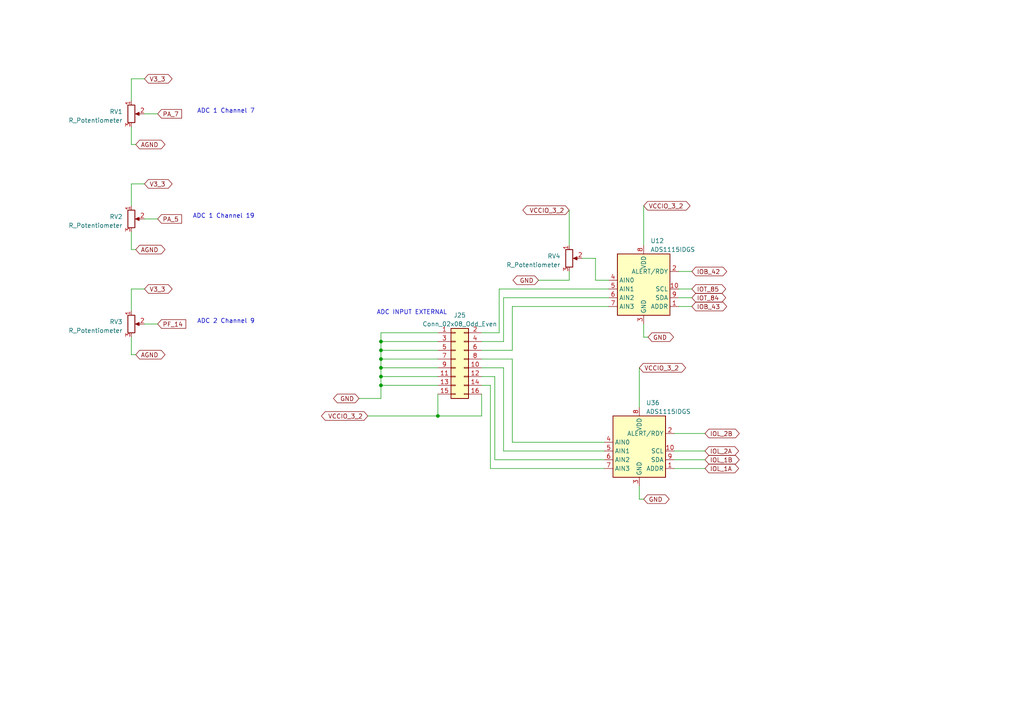
<source format=kicad_sch>
(kicad_sch (version 20230121) (generator eeschema)

  (uuid bc8755c9-8691-41d0-8722-b55cca02a2a6)

  (paper "A4")

  (lib_symbols
    (symbol "Analog_ADC:ADS1115IDGS" (in_bom yes) (on_board yes)
      (property "Reference" "U" (at 2.54 13.97 0)
        (effects (font (size 1.27 1.27)))
      )
      (property "Value" "ADS1115IDGS" (at 7.62 11.43 0)
        (effects (font (size 1.27 1.27)))
      )
      (property "Footprint" "Package_SO:TSSOP-10_3x3mm_P0.5mm" (at 0 -12.7 0)
        (effects (font (size 1.27 1.27)) hide)
      )
      (property "Datasheet" "http://www.ti.com/lit/ds/symlink/ads1113.pdf" (at -1.27 -22.86 0)
        (effects (font (size 1.27 1.27)) hide)
      )
      (property "ki_keywords" "16 bit 4 channel I2C ADC" (at 0 0 0)
        (effects (font (size 1.27 1.27)) hide)
      )
      (property "ki_description" "Ultra-Small, Low-Power, I2C-Compatible, 860-SPS, 16-Bit ADCs With Internal Reference, Oscillator, and Programmable Comparator, VSSOP-10" (at 0 0 0)
        (effects (font (size 1.27 1.27)) hide)
      )
      (property "ki_fp_filters" "TSSOP*3x3mm*P0.5mm*" (at 0 0 0)
        (effects (font (size 1.27 1.27)) hide)
      )
      (symbol "ADS1115IDGS_0_1"
        (rectangle (start -7.62 10.16) (end 7.62 -7.62)
          (stroke (width 0.254) (type default))
          (fill (type background))
        )
      )
      (symbol "ADS1115IDGS_1_1"
        (pin input line (at 10.16 -5.08 180) (length 2.54)
          (name "ADDR" (effects (font (size 1.27 1.27))))
          (number "1" (effects (font (size 1.27 1.27))))
        )
        (pin input line (at 10.16 0 180) (length 2.54)
          (name "SCL" (effects (font (size 1.27 1.27))))
          (number "10" (effects (font (size 1.27 1.27))))
        )
        (pin output line (at 10.16 5.08 180) (length 2.54)
          (name "ALERT/RDY" (effects (font (size 1.27 1.27))))
          (number "2" (effects (font (size 1.27 1.27))))
        )
        (pin power_in line (at 0 -10.16 90) (length 2.54)
          (name "GND" (effects (font (size 1.27 1.27))))
          (number "3" (effects (font (size 1.27 1.27))))
        )
        (pin input line (at -10.16 2.54 0) (length 2.54)
          (name "AIN0" (effects (font (size 1.27 1.27))))
          (number "4" (effects (font (size 1.27 1.27))))
        )
        (pin input line (at -10.16 0 0) (length 2.54)
          (name "AIN1" (effects (font (size 1.27 1.27))))
          (number "5" (effects (font (size 1.27 1.27))))
        )
        (pin input line (at -10.16 -2.54 0) (length 2.54)
          (name "AIN2" (effects (font (size 1.27 1.27))))
          (number "6" (effects (font (size 1.27 1.27))))
        )
        (pin input line (at -10.16 -5.08 0) (length 2.54)
          (name "AIN3" (effects (font (size 1.27 1.27))))
          (number "7" (effects (font (size 1.27 1.27))))
        )
        (pin power_in line (at 0 12.7 270) (length 2.54)
          (name "VDD" (effects (font (size 1.27 1.27))))
          (number "8" (effects (font (size 1.27 1.27))))
        )
        (pin bidirectional line (at 10.16 -2.54 180) (length 2.54)
          (name "SDA" (effects (font (size 1.27 1.27))))
          (number "9" (effects (font (size 1.27 1.27))))
        )
      )
    )
    (symbol "Connector_Generic:Conn_02x08_Odd_Even" (pin_names (offset 1.016) hide) (in_bom yes) (on_board yes)
      (property "Reference" "J" (at 1.27 10.16 0)
        (effects (font (size 1.27 1.27)))
      )
      (property "Value" "Conn_02x08_Odd_Even" (at 1.27 -12.7 0)
        (effects (font (size 1.27 1.27)))
      )
      (property "Footprint" "" (at 0 0 0)
        (effects (font (size 1.27 1.27)) hide)
      )
      (property "Datasheet" "~" (at 0 0 0)
        (effects (font (size 1.27 1.27)) hide)
      )
      (property "ki_keywords" "connector" (at 0 0 0)
        (effects (font (size 1.27 1.27)) hide)
      )
      (property "ki_description" "Generic connector, double row, 02x08, odd/even pin numbering scheme (row 1 odd numbers, row 2 even numbers), script generated (kicad-library-utils/schlib/autogen/connector/)" (at 0 0 0)
        (effects (font (size 1.27 1.27)) hide)
      )
      (property "ki_fp_filters" "Connector*:*_2x??_*" (at 0 0 0)
        (effects (font (size 1.27 1.27)) hide)
      )
      (symbol "Conn_02x08_Odd_Even_1_1"
        (rectangle (start -1.27 -10.033) (end 0 -10.287)
          (stroke (width 0.1524) (type default))
          (fill (type none))
        )
        (rectangle (start -1.27 -7.493) (end 0 -7.747)
          (stroke (width 0.1524) (type default))
          (fill (type none))
        )
        (rectangle (start -1.27 -4.953) (end 0 -5.207)
          (stroke (width 0.1524) (type default))
          (fill (type none))
        )
        (rectangle (start -1.27 -2.413) (end 0 -2.667)
          (stroke (width 0.1524) (type default))
          (fill (type none))
        )
        (rectangle (start -1.27 0.127) (end 0 -0.127)
          (stroke (width 0.1524) (type default))
          (fill (type none))
        )
        (rectangle (start -1.27 2.667) (end 0 2.413)
          (stroke (width 0.1524) (type default))
          (fill (type none))
        )
        (rectangle (start -1.27 5.207) (end 0 4.953)
          (stroke (width 0.1524) (type default))
          (fill (type none))
        )
        (rectangle (start -1.27 7.747) (end 0 7.493)
          (stroke (width 0.1524) (type default))
          (fill (type none))
        )
        (rectangle (start -1.27 8.89) (end 3.81 -11.43)
          (stroke (width 0.254) (type default))
          (fill (type background))
        )
        (rectangle (start 3.81 -10.033) (end 2.54 -10.287)
          (stroke (width 0.1524) (type default))
          (fill (type none))
        )
        (rectangle (start 3.81 -7.493) (end 2.54 -7.747)
          (stroke (width 0.1524) (type default))
          (fill (type none))
        )
        (rectangle (start 3.81 -4.953) (end 2.54 -5.207)
          (stroke (width 0.1524) (type default))
          (fill (type none))
        )
        (rectangle (start 3.81 -2.413) (end 2.54 -2.667)
          (stroke (width 0.1524) (type default))
          (fill (type none))
        )
        (rectangle (start 3.81 0.127) (end 2.54 -0.127)
          (stroke (width 0.1524) (type default))
          (fill (type none))
        )
        (rectangle (start 3.81 2.667) (end 2.54 2.413)
          (stroke (width 0.1524) (type default))
          (fill (type none))
        )
        (rectangle (start 3.81 5.207) (end 2.54 4.953)
          (stroke (width 0.1524) (type default))
          (fill (type none))
        )
        (rectangle (start 3.81 7.747) (end 2.54 7.493)
          (stroke (width 0.1524) (type default))
          (fill (type none))
        )
        (pin passive line (at -5.08 7.62 0) (length 3.81)
          (name "Pin_1" (effects (font (size 1.27 1.27))))
          (number "1" (effects (font (size 1.27 1.27))))
        )
        (pin passive line (at 7.62 -2.54 180) (length 3.81)
          (name "Pin_10" (effects (font (size 1.27 1.27))))
          (number "10" (effects (font (size 1.27 1.27))))
        )
        (pin passive line (at -5.08 -5.08 0) (length 3.81)
          (name "Pin_11" (effects (font (size 1.27 1.27))))
          (number "11" (effects (font (size 1.27 1.27))))
        )
        (pin passive line (at 7.62 -5.08 180) (length 3.81)
          (name "Pin_12" (effects (font (size 1.27 1.27))))
          (number "12" (effects (font (size 1.27 1.27))))
        )
        (pin passive line (at -5.08 -7.62 0) (length 3.81)
          (name "Pin_13" (effects (font (size 1.27 1.27))))
          (number "13" (effects (font (size 1.27 1.27))))
        )
        (pin passive line (at 7.62 -7.62 180) (length 3.81)
          (name "Pin_14" (effects (font (size 1.27 1.27))))
          (number "14" (effects (font (size 1.27 1.27))))
        )
        (pin passive line (at -5.08 -10.16 0) (length 3.81)
          (name "Pin_15" (effects (font (size 1.27 1.27))))
          (number "15" (effects (font (size 1.27 1.27))))
        )
        (pin passive line (at 7.62 -10.16 180) (length 3.81)
          (name "Pin_16" (effects (font (size 1.27 1.27))))
          (number "16" (effects (font (size 1.27 1.27))))
        )
        (pin passive line (at 7.62 7.62 180) (length 3.81)
          (name "Pin_2" (effects (font (size 1.27 1.27))))
          (number "2" (effects (font (size 1.27 1.27))))
        )
        (pin passive line (at -5.08 5.08 0) (length 3.81)
          (name "Pin_3" (effects (font (size 1.27 1.27))))
          (number "3" (effects (font (size 1.27 1.27))))
        )
        (pin passive line (at 7.62 5.08 180) (length 3.81)
          (name "Pin_4" (effects (font (size 1.27 1.27))))
          (number "4" (effects (font (size 1.27 1.27))))
        )
        (pin passive line (at -5.08 2.54 0) (length 3.81)
          (name "Pin_5" (effects (font (size 1.27 1.27))))
          (number "5" (effects (font (size 1.27 1.27))))
        )
        (pin passive line (at 7.62 2.54 180) (length 3.81)
          (name "Pin_6" (effects (font (size 1.27 1.27))))
          (number "6" (effects (font (size 1.27 1.27))))
        )
        (pin passive line (at -5.08 0 0) (length 3.81)
          (name "Pin_7" (effects (font (size 1.27 1.27))))
          (number "7" (effects (font (size 1.27 1.27))))
        )
        (pin passive line (at 7.62 0 180) (length 3.81)
          (name "Pin_8" (effects (font (size 1.27 1.27))))
          (number "8" (effects (font (size 1.27 1.27))))
        )
        (pin passive line (at -5.08 -2.54 0) (length 3.81)
          (name "Pin_9" (effects (font (size 1.27 1.27))))
          (number "9" (effects (font (size 1.27 1.27))))
        )
      )
    )
    (symbol "Device:R_Potentiometer" (pin_names (offset 1.016) hide) (in_bom yes) (on_board yes)
      (property "Reference" "RV" (at -4.445 0 90)
        (effects (font (size 1.27 1.27)))
      )
      (property "Value" "R_Potentiometer" (at -2.54 0 90)
        (effects (font (size 1.27 1.27)))
      )
      (property "Footprint" "" (at 0 0 0)
        (effects (font (size 1.27 1.27)) hide)
      )
      (property "Datasheet" "~" (at 0 0 0)
        (effects (font (size 1.27 1.27)) hide)
      )
      (property "ki_keywords" "resistor variable" (at 0 0 0)
        (effects (font (size 1.27 1.27)) hide)
      )
      (property "ki_description" "Potentiometer" (at 0 0 0)
        (effects (font (size 1.27 1.27)) hide)
      )
      (property "ki_fp_filters" "Potentiometer*" (at 0 0 0)
        (effects (font (size 1.27 1.27)) hide)
      )
      (symbol "R_Potentiometer_0_1"
        (polyline
          (pts
            (xy 2.54 0)
            (xy 1.524 0)
          )
          (stroke (width 0) (type default))
          (fill (type none))
        )
        (polyline
          (pts
            (xy 1.143 0)
            (xy 2.286 0.508)
            (xy 2.286 -0.508)
            (xy 1.143 0)
          )
          (stroke (width 0) (type default))
          (fill (type outline))
        )
        (rectangle (start 1.016 2.54) (end -1.016 -2.54)
          (stroke (width 0.254) (type default))
          (fill (type none))
        )
      )
      (symbol "R_Potentiometer_1_1"
        (pin passive line (at 0 3.81 270) (length 1.27)
          (name "1" (effects (font (size 1.27 1.27))))
          (number "1" (effects (font (size 1.27 1.27))))
        )
        (pin passive line (at 3.81 0 180) (length 1.27)
          (name "2" (effects (font (size 1.27 1.27))))
          (number "2" (effects (font (size 1.27 1.27))))
        )
        (pin passive line (at 0 -3.81 90) (length 1.27)
          (name "3" (effects (font (size 1.27 1.27))))
          (number "3" (effects (font (size 1.27 1.27))))
        )
      )
    )
  )

  (junction (at 110.49 101.6) (diameter 0) (color 0 0 0 0)
    (uuid 31c0815f-04c4-4c24-9a85-55c4e520fe51)
  )
  (junction (at 110.49 104.14) (diameter 0) (color 0 0 0 0)
    (uuid 354f0943-bd1e-4d8a-8e2a-9e9dfb8e1632)
  )
  (junction (at 110.49 109.22) (diameter 0) (color 0 0 0 0)
    (uuid 7106f61a-fe28-4270-860d-954152d9eb76)
  )
  (junction (at 110.49 106.68) (diameter 0) (color 0 0 0 0)
    (uuid 857232a0-f7da-465f-ab2d-ca40c1388262)
  )
  (junction (at 110.49 111.76) (diameter 0) (color 0 0 0 0)
    (uuid 95dd67d3-0a84-4b27-914c-cd5832d2bdc5)
  )
  (junction (at 127 120.65) (diameter 0) (color 0 0 0 0)
    (uuid b1c50a7a-3c20-4405-847f-c2c504e63dba)
  )
  (junction (at 110.49 99.06) (diameter 0) (color 0 0 0 0)
    (uuid ed0406b7-055e-4879-aa0b-9585515b268f)
  )

  (wire (pts (xy 41.91 93.98) (xy 45.72 93.98))
    (stroke (width 0) (type default))
    (uuid 00865978-255f-4e5d-8285-8d140c138dbb)
  )
  (wire (pts (xy 146.05 99.06) (xy 139.7 99.06))
    (stroke (width 0) (type default))
    (uuid 01fbb6b3-90b5-4b8e-8c0b-4248aa9ceacf)
  )
  (wire (pts (xy 175.26 130.81) (xy 146.05 130.81))
    (stroke (width 0) (type default))
    (uuid 04e60e3c-a3c7-4dce-956e-af79f2f92d4f)
  )
  (wire (pts (xy 172.72 81.28) (xy 176.53 81.28))
    (stroke (width 0) (type default))
    (uuid 0524c5c9-b084-46a6-9475-3eee056a897d)
  )
  (wire (pts (xy 186.69 93.98) (xy 186.69 97.79))
    (stroke (width 0) (type default))
    (uuid 0666db15-3334-4be9-b700-db6b95aaeb86)
  )
  (wire (pts (xy 196.85 78.74) (xy 200.66 78.74))
    (stroke (width 0) (type default))
    (uuid 0b8723c1-f190-4992-8e1a-e8d9ee44ab35)
  )
  (wire (pts (xy 110.49 111.76) (xy 127 111.76))
    (stroke (width 0) (type default))
    (uuid 16226a18-a3a6-46f9-aef3-35f3938cacac)
  )
  (wire (pts (xy 144.78 96.52) (xy 139.7 96.52))
    (stroke (width 0) (type default))
    (uuid 1bff2918-2741-4ce7-b6fe-ce0affa7ecdc)
  )
  (wire (pts (xy 146.05 130.81) (xy 146.05 106.68))
    (stroke (width 0) (type default))
    (uuid 22b07d57-c2f4-44a7-9459-cb6e8e804344)
  )
  (wire (pts (xy 185.42 140.97) (xy 185.42 144.78))
    (stroke (width 0) (type default))
    (uuid 26231e61-fec9-47f2-a54d-75735b096ab3)
  )
  (wire (pts (xy 148.59 104.14) (xy 139.7 104.14))
    (stroke (width 0) (type default))
    (uuid 271b2fef-46cb-4031-a9cd-6ef4ddaa372e)
  )
  (wire (pts (xy 39.37 102.87) (xy 38.1 102.87))
    (stroke (width 0) (type default))
    (uuid 28f24bc7-e346-4c50-8286-4d73c28b92a2)
  )
  (wire (pts (xy 110.49 101.6) (xy 110.49 99.06))
    (stroke (width 0) (type default))
    (uuid 2a0f7100-7abb-4dda-9330-83b5f628425e)
  )
  (wire (pts (xy 127 114.3) (xy 127 120.65))
    (stroke (width 0) (type default))
    (uuid 2e0c0d01-bbd2-46a9-833b-7dcd7e59d782)
  )
  (wire (pts (xy 195.58 133.35) (xy 204.47 133.35))
    (stroke (width 0) (type default))
    (uuid 30d4aefd-9a79-489b-9b59-4cfb4a5311c7)
  )
  (wire (pts (xy 139.7 120.65) (xy 139.7 114.3))
    (stroke (width 0) (type default))
    (uuid 32669c0b-91ee-4369-9168-dd9a8679c53c)
  )
  (wire (pts (xy 110.49 109.22) (xy 127 109.22))
    (stroke (width 0) (type default))
    (uuid 355d7e76-57ca-466e-ba99-002c77933a50)
  )
  (wire (pts (xy 110.49 101.6) (xy 127 101.6))
    (stroke (width 0) (type default))
    (uuid 376ff701-7fc6-4e79-b7e8-0f8e23653286)
  )
  (wire (pts (xy 196.85 86.36) (xy 200.66 86.36))
    (stroke (width 0) (type default))
    (uuid 3a699c79-ffd7-4fcd-83f0-215608fd69ca)
  )
  (wire (pts (xy 38.1 72.39) (xy 38.1 67.31))
    (stroke (width 0) (type default))
    (uuid 3f11137e-2894-434a-b7ae-a066b730fbfc)
  )
  (wire (pts (xy 175.26 128.27) (xy 148.59 128.27))
    (stroke (width 0) (type default))
    (uuid 4ba77110-d320-4959-bb01-dded79a47ccf)
  )
  (wire (pts (xy 110.49 111.76) (xy 110.49 109.22))
    (stroke (width 0) (type default))
    (uuid 5198cdf6-1e64-455c-9d18-447ead85135d)
  )
  (wire (pts (xy 41.91 33.02) (xy 45.72 33.02))
    (stroke (width 0) (type default))
    (uuid 53b1f202-4a27-4c2b-8dcf-17c5d6a43805)
  )
  (wire (pts (xy 38.1 41.91) (xy 38.1 36.83))
    (stroke (width 0) (type default))
    (uuid 540a92f6-58de-4ea6-b86f-b12fe072aa03)
  )
  (wire (pts (xy 106.68 120.65) (xy 127 120.65))
    (stroke (width 0) (type default))
    (uuid 56cd64ca-6138-407f-93b5-1cdaf3f2d931)
  )
  (wire (pts (xy 148.59 128.27) (xy 148.59 104.14))
    (stroke (width 0) (type default))
    (uuid 5a1c9429-c654-4ace-b805-4efcf6c5f007)
  )
  (wire (pts (xy 186.69 59.69) (xy 186.69 71.12))
    (stroke (width 0) (type default))
    (uuid 5cd3cda2-0bf5-45d5-b684-ce8d68a7c9bb)
  )
  (wire (pts (xy 175.26 133.35) (xy 143.51 133.35))
    (stroke (width 0) (type default))
    (uuid 5e3b8167-72a3-4a1a-affc-690634f0a9ba)
  )
  (wire (pts (xy 156.21 81.28) (xy 165.1 81.28))
    (stroke (width 0) (type default))
    (uuid 61131d67-b8c5-42dd-8b6b-0e3923fc3a29)
  )
  (wire (pts (xy 110.49 115.57) (xy 110.49 111.76))
    (stroke (width 0) (type default))
    (uuid 65627504-a01c-47dd-aeec-7c96ac6f430a)
  )
  (wire (pts (xy 38.1 102.87) (xy 38.1 97.79))
    (stroke (width 0) (type default))
    (uuid 6692879a-a765-41bf-9d3c-cc6547d6b63f)
  )
  (wire (pts (xy 165.1 60.96) (xy 165.1 71.12))
    (stroke (width 0) (type default))
    (uuid 66e4647e-fb93-40ef-b8b4-975332169c42)
  )
  (wire (pts (xy 175.26 135.89) (xy 142.24 135.89))
    (stroke (width 0) (type default))
    (uuid 7c179fdd-8daf-4d28-93c3-418aeb51e5e4)
  )
  (wire (pts (xy 143.51 133.35) (xy 143.51 109.22))
    (stroke (width 0) (type default))
    (uuid 808b5204-36bb-46bd-9ea2-16bb2dccb44c)
  )
  (wire (pts (xy 110.49 104.14) (xy 110.49 101.6))
    (stroke (width 0) (type default))
    (uuid 852657cf-4bd8-4a49-819e-34d6cbcb91e4)
  )
  (wire (pts (xy 176.53 88.9) (xy 148.59 88.9))
    (stroke (width 0) (type default))
    (uuid 86653228-d07c-44c5-8ccc-a610990d8a8a)
  )
  (wire (pts (xy 195.58 130.81) (xy 204.47 130.81))
    (stroke (width 0) (type default))
    (uuid 8725eb2d-5293-4ce0-8d01-31233c90e13e)
  )
  (wire (pts (xy 195.58 135.89) (xy 204.47 135.89))
    (stroke (width 0) (type default))
    (uuid 8c8b8ad0-0bbf-4353-8d65-e9e55cb3fe0d)
  )
  (wire (pts (xy 41.91 63.5) (xy 45.72 63.5))
    (stroke (width 0) (type default))
    (uuid 8edf6f04-230c-49a4-a8a1-664a0fd1b9a8)
  )
  (wire (pts (xy 104.14 115.57) (xy 110.49 115.57))
    (stroke (width 0) (type default))
    (uuid 8f80d1ea-00b7-4f98-a1ad-563978a2cfea)
  )
  (wire (pts (xy 146.05 106.68) (xy 139.7 106.68))
    (stroke (width 0) (type default))
    (uuid 9065c598-8e71-45a0-bbd9-c704003873fd)
  )
  (wire (pts (xy 172.72 74.93) (xy 172.72 81.28))
    (stroke (width 0) (type default))
    (uuid 91099b3d-001b-43c8-a275-c974865b682a)
  )
  (wire (pts (xy 176.53 83.82) (xy 144.78 83.82))
    (stroke (width 0) (type default))
    (uuid 911f864f-536b-49f8-8a7d-e657daed99eb)
  )
  (wire (pts (xy 110.49 96.52) (xy 127 96.52))
    (stroke (width 0) (type default))
    (uuid 914a8b78-a9d5-4a0c-af13-bff12f8a6452)
  )
  (wire (pts (xy 143.51 109.22) (xy 139.7 109.22))
    (stroke (width 0) (type default))
    (uuid 91bbc6a4-5a21-451f-9500-f6dabca0d026)
  )
  (wire (pts (xy 168.91 74.93) (xy 172.72 74.93))
    (stroke (width 0) (type default))
    (uuid 960f2e12-640b-4461-bbd7-1a13a3abac87)
  )
  (wire (pts (xy 110.49 104.14) (xy 127 104.14))
    (stroke (width 0) (type default))
    (uuid 9d78396a-fbcb-4568-9214-e29468a72333)
  )
  (wire (pts (xy 142.24 111.76) (xy 139.7 111.76))
    (stroke (width 0) (type default))
    (uuid 9df66ad7-d7c9-4c04-b1f9-defc1aa26f44)
  )
  (wire (pts (xy 146.05 86.36) (xy 146.05 99.06))
    (stroke (width 0) (type default))
    (uuid a1b393ba-1fee-455a-ae0c-aee7f0d119e6)
  )
  (wire (pts (xy 110.49 99.06) (xy 110.49 96.52))
    (stroke (width 0) (type default))
    (uuid a39d97b7-020c-477a-a40a-a6a8a78af5dc)
  )
  (wire (pts (xy 165.1 81.28) (xy 165.1 78.74))
    (stroke (width 0) (type default))
    (uuid a68a4896-bd9c-455d-b28d-3fe2eccdf7e3)
  )
  (wire (pts (xy 196.85 88.9) (xy 200.66 88.9))
    (stroke (width 0) (type default))
    (uuid a8921a6c-fc29-4069-b663-83f4a001c4b3)
  )
  (wire (pts (xy 148.59 88.9) (xy 148.59 101.6))
    (stroke (width 0) (type default))
    (uuid abb8143c-13dd-422f-bc72-e9880677e1ec)
  )
  (wire (pts (xy 110.49 106.68) (xy 110.49 104.14))
    (stroke (width 0) (type default))
    (uuid adf5a9d8-c70a-4e23-a772-d927a0586d9c)
  )
  (wire (pts (xy 195.58 125.73) (xy 204.47 125.73))
    (stroke (width 0) (type default))
    (uuid af5acc65-d29e-4a56-93ab-85852980fdee)
  )
  (wire (pts (xy 38.1 53.34) (xy 38.1 59.69))
    (stroke (width 0) (type default))
    (uuid b4b56eee-8ab8-4782-8de3-5c1f6f6f6dfe)
  )
  (wire (pts (xy 185.42 106.68) (xy 185.42 118.11))
    (stroke (width 0) (type default))
    (uuid b5bcc5f6-58c7-4f3e-81ec-5c1a50c395d0)
  )
  (wire (pts (xy 41.91 83.82) (xy 38.1 83.82))
    (stroke (width 0) (type default))
    (uuid c1830bc1-77d6-4ac1-9baa-75cd14555aec)
  )
  (wire (pts (xy 139.7 101.6) (xy 148.59 101.6))
    (stroke (width 0) (type default))
    (uuid c37eab75-1350-457f-82bb-290e62872746)
  )
  (wire (pts (xy 186.69 144.78) (xy 185.42 144.78))
    (stroke (width 0) (type default))
    (uuid c56c7c83-c037-4e3e-b196-680d85c84785)
  )
  (wire (pts (xy 39.37 41.91) (xy 38.1 41.91))
    (stroke (width 0) (type default))
    (uuid c961b065-88ac-4146-8feb-be18c2657364)
  )
  (wire (pts (xy 41.91 22.86) (xy 38.1 22.86))
    (stroke (width 0) (type default))
    (uuid d05753ac-ba6b-4b8a-828d-5ef3fe8fd2bc)
  )
  (wire (pts (xy 41.91 53.34) (xy 38.1 53.34))
    (stroke (width 0) (type default))
    (uuid d0e325f7-0290-4daf-916d-27aa83e10851)
  )
  (wire (pts (xy 176.53 86.36) (xy 146.05 86.36))
    (stroke (width 0) (type default))
    (uuid d296d31e-0ee5-4f2f-8b4e-ea11f5cf09f0)
  )
  (wire (pts (xy 39.37 72.39) (xy 38.1 72.39))
    (stroke (width 0) (type default))
    (uuid d7509079-cdfa-44e5-9c82-25c7be16cb69)
  )
  (wire (pts (xy 38.1 83.82) (xy 38.1 90.17))
    (stroke (width 0) (type default))
    (uuid ddf8d1fa-866b-4e42-a518-f27f4144bebf)
  )
  (wire (pts (xy 110.49 106.68) (xy 127 106.68))
    (stroke (width 0) (type default))
    (uuid e2002f2f-2010-447f-b4f7-fca718acf0e1)
  )
  (wire (pts (xy 187.96 97.79) (xy 186.69 97.79))
    (stroke (width 0) (type default))
    (uuid e4560c77-3583-4316-9693-e950283d925f)
  )
  (wire (pts (xy 144.78 83.82) (xy 144.78 96.52))
    (stroke (width 0) (type default))
    (uuid e7a1c3e4-df20-4532-bca9-474497fb0218)
  )
  (wire (pts (xy 110.49 109.22) (xy 110.49 106.68))
    (stroke (width 0) (type default))
    (uuid e82d5413-0c34-4e22-bb77-ef9f67c9118e)
  )
  (wire (pts (xy 38.1 22.86) (xy 38.1 29.21))
    (stroke (width 0) (type default))
    (uuid f0fd010a-041f-47ef-9020-f66c9413bef2)
  )
  (wire (pts (xy 196.85 83.82) (xy 200.66 83.82))
    (stroke (width 0) (type default))
    (uuid f39b44c8-f4c6-4818-927b-3c31c9697f5a)
  )
  (wire (pts (xy 127 120.65) (xy 139.7 120.65))
    (stroke (width 0) (type default))
    (uuid f4754630-fa62-4efe-b7ae-97038c2ff3a6)
  )
  (wire (pts (xy 110.49 99.06) (xy 127 99.06))
    (stroke (width 0) (type default))
    (uuid fceb2dc3-a3ce-4aef-975a-42742d2bb094)
  )
  (wire (pts (xy 142.24 135.89) (xy 142.24 111.76))
    (stroke (width 0) (type default))
    (uuid fdeb64cd-10fe-4d7c-ada1-3bc2ea1b36b3)
  )

  (text "ADC INPUT EXTERNAL" (at 109.22 91.44 0)
    (effects (font (size 1.27 1.27)) (justify left bottom))
    (uuid 470bb1b8-d2a4-4956-8abf-795e17835769)
  )
  (text "ADC 1 Channel 7" (at 57.15 33.02 0)
    (effects (font (size 1.27 1.27)) (justify left bottom))
    (uuid 66bd8d75-db6c-4355-a9c1-0c3d99fa0d6b)
  )
  (text "ADC 2 Channel 9" (at 57.15 93.98 0)
    (effects (font (size 1.27 1.27)) (justify left bottom))
    (uuid 88cff0ea-9e2b-41ae-bad5-d0fd5f97af63)
  )
  (text "ADC 1 Channel 19" (at 55.88 63.5 0)
    (effects (font (size 1.27 1.27)) (justify left bottom))
    (uuid de7ea2f7-9711-4a26-9332-0bae65ecf754)
  )

  (global_label "IOT_85" (shape bidirectional) (at 200.66 83.82 0) (fields_autoplaced)
    (effects (font (size 1.27 1.27)) (justify left))
    (uuid 10a59014-daf5-4d36-a1ba-3ea69577437d)
    (property "Intersheetrefs" "${INTERSHEET_REFS}" (at 210.9666 83.82 0)
      (effects (font (size 1.27 1.27)) (justify left) hide)
    )
  )
  (global_label "VCCIO_3_2" (shape bidirectional) (at 106.68 120.65 180) (fields_autoplaced)
    (effects (font (size 1.27 1.27)) (justify right))
    (uuid 153abde1-7805-4cd6-8b03-39b45e11b47a)
    (property "Intersheetrefs" "${INTERSHEET_REFS}" (at 92.7448 120.65 0)
      (effects (font (size 1.27 1.27)) (justify right) hide)
    )
  )
  (global_label "VCCIO_3_2" (shape bidirectional) (at 165.1 60.96 180) (fields_autoplaced)
    (effects (font (size 1.27 1.27)) (justify right))
    (uuid 19f574a9-fe23-4775-b5f6-109bdf27fc0e)
    (property "Intersheetrefs" "${INTERSHEET_REFS}" (at 151.1648 60.96 0)
      (effects (font (size 1.27 1.27)) (justify right) hide)
    )
  )
  (global_label "GND" (shape bidirectional) (at 186.69 144.78 0) (fields_autoplaced)
    (effects (font (size 1.27 1.27)) (justify left))
    (uuid 2e80ced2-056a-47d2-a5c7-3542f347d4c6)
    (property "Intersheetrefs" "${INTERSHEET_REFS}" (at 194.5776 144.78 0)
      (effects (font (size 1.27 1.27)) (justify left) hide)
    )
  )
  (global_label "IOT_84" (shape bidirectional) (at 200.66 86.36 0) (fields_autoplaced)
    (effects (font (size 1.27 1.27)) (justify left))
    (uuid 34424e80-03b7-4a7c-b578-3f2386dbc106)
    (property "Intersheetrefs" "${INTERSHEET_REFS}" (at 210.9666 86.36 0)
      (effects (font (size 1.27 1.27)) (justify left) hide)
    )
  )
  (global_label "PA_5" (shape input) (at 45.72 63.5 0) (fields_autoplaced)
    (effects (font (size 1.27 1.27)) (justify left))
    (uuid 35b44060-3780-4919-b74b-b6b56daadc57)
    (property "Intersheetrefs" "${INTERSHEET_REFS}" (at 53.1615 63.5 0)
      (effects (font (size 1.27 1.27)) (justify left) hide)
    )
  )
  (global_label "V3_3" (shape bidirectional) (at 41.91 22.86 0) (fields_autoplaced)
    (effects (font (size 1.27 1.27)) (justify left))
    (uuid 48933202-4db0-4568-a706-f44d250548a6)
    (property "Intersheetrefs" "${INTERSHEET_REFS}" (at 50.4023 22.86 0)
      (effects (font (size 1.27 1.27)) (justify left) hide)
    )
  )
  (global_label "GND" (shape bidirectional) (at 156.21 81.28 180) (fields_autoplaced)
    (effects (font (size 1.27 1.27)) (justify right))
    (uuid 4c5c10ef-4362-4e62-8f97-3a19574cb84e)
    (property "Intersheetrefs" "${INTERSHEET_REFS}" (at 148.3224 81.28 0)
      (effects (font (size 1.27 1.27)) (justify right) hide)
    )
  )
  (global_label "IOB_42" (shape bidirectional) (at 200.66 78.74 0) (fields_autoplaced)
    (effects (font (size 1.27 1.27)) (justify left))
    (uuid 60083e37-2aa7-4aa5-88db-5331ecf3a26c)
    (property "Intersheetrefs" "${INTERSHEET_REFS}" (at 211.269 78.74 0)
      (effects (font (size 1.27 1.27)) (justify left) hide)
    )
  )
  (global_label "IOL_2B" (shape bidirectional) (at 204.47 125.73 0) (fields_autoplaced)
    (effects (font (size 1.27 1.27)) (justify left))
    (uuid 67392882-93fd-4bd3-bb97-671981843bd6)
    (property "Intersheetrefs" "${INTERSHEET_REFS}" (at 214.8976 125.73 0)
      (effects (font (size 1.27 1.27)) (justify left) hide)
    )
  )
  (global_label "VCCIO_3_2" (shape bidirectional) (at 185.42 106.68 0) (fields_autoplaced)
    (effects (font (size 1.27 1.27)) (justify left))
    (uuid 70493d8a-c750-41fd-961f-7299fede2b89)
    (property "Intersheetrefs" "${INTERSHEET_REFS}" (at 199.3552 106.68 0)
      (effects (font (size 1.27 1.27)) (justify left) hide)
    )
  )
  (global_label "GND" (shape bidirectional) (at 104.14 115.57 180) (fields_autoplaced)
    (effects (font (size 1.27 1.27)) (justify right))
    (uuid 7241417a-5e5e-4568-ad94-c038e4215936)
    (property "Intersheetrefs" "${INTERSHEET_REFS}" (at 96.2524 115.57 0)
      (effects (font (size 1.27 1.27)) (justify right) hide)
    )
  )
  (global_label "AGND" (shape bidirectional) (at 39.37 41.91 0) (fields_autoplaced)
    (effects (font (size 1.27 1.27)) (justify left))
    (uuid 75368597-6e37-417d-9a56-f3c33f66af01)
    (property "Intersheetrefs" "${INTERSHEET_REFS}" (at 48.3462 41.91 0)
      (effects (font (size 1.27 1.27)) (justify left) hide)
    )
  )
  (global_label "IOL_1B" (shape bidirectional) (at 204.47 133.35 0) (fields_autoplaced)
    (effects (font (size 1.27 1.27)) (justify left))
    (uuid 77358b77-8295-43b4-8959-3d07be81fde1)
    (property "Intersheetrefs" "${INTERSHEET_REFS}" (at 214.8976 133.35 0)
      (effects (font (size 1.27 1.27)) (justify left) hide)
    )
  )
  (global_label "VCCIO_3_2" (shape bidirectional) (at 186.69 59.69 0) (fields_autoplaced)
    (effects (font (size 1.27 1.27)) (justify left))
    (uuid 8dc4bdd5-f6d0-4bef-86b0-55291a0f903c)
    (property "Intersheetrefs" "${INTERSHEET_REFS}" (at 200.6252 59.69 0)
      (effects (font (size 1.27 1.27)) (justify left) hide)
    )
  )
  (global_label "GND" (shape bidirectional) (at 187.96 97.79 0) (fields_autoplaced)
    (effects (font (size 1.27 1.27)) (justify left))
    (uuid 8f3846a8-6bc3-4928-96d4-96fbe98ff48c)
    (property "Intersheetrefs" "${INTERSHEET_REFS}" (at 195.8476 97.79 0)
      (effects (font (size 1.27 1.27)) (justify left) hide)
    )
  )
  (global_label "IOL_2A" (shape bidirectional) (at 204.47 130.81 0) (fields_autoplaced)
    (effects (font (size 1.27 1.27)) (justify left))
    (uuid b3cf742b-7d24-419f-93e5-0dcf60ba6576)
    (property "Intersheetrefs" "${INTERSHEET_REFS}" (at 214.7162 130.81 0)
      (effects (font (size 1.27 1.27)) (justify left) hide)
    )
  )
  (global_label "PA_7" (shape input) (at 45.72 33.02 0) (fields_autoplaced)
    (effects (font (size 1.27 1.27)) (justify left))
    (uuid b68e67a5-9ca5-409c-b1cf-34c80797ab50)
    (property "Intersheetrefs" "${INTERSHEET_REFS}" (at 53.1615 33.02 0)
      (effects (font (size 1.27 1.27)) (justify left) hide)
    )
  )
  (global_label "IOL_1A" (shape bidirectional) (at 204.47 135.89 0) (fields_autoplaced)
    (effects (font (size 1.27 1.27)) (justify left))
    (uuid b6cbd8f7-9768-4277-b39a-cd2e8007522d)
    (property "Intersheetrefs" "${INTERSHEET_REFS}" (at 214.7162 135.89 0)
      (effects (font (size 1.27 1.27)) (justify left) hide)
    )
  )
  (global_label "AGND" (shape bidirectional) (at 39.37 102.87 0) (fields_autoplaced)
    (effects (font (size 1.27 1.27)) (justify left))
    (uuid d03864d8-8ef6-4a9f-8804-f1c327ef29ad)
    (property "Intersheetrefs" "${INTERSHEET_REFS}" (at 48.3462 102.87 0)
      (effects (font (size 1.27 1.27)) (justify left) hide)
    )
  )
  (global_label "V3_3" (shape bidirectional) (at 41.91 53.34 0) (fields_autoplaced)
    (effects (font (size 1.27 1.27)) (justify left))
    (uuid d564307f-6406-4ee6-9b40-d051b862ecdb)
    (property "Intersheetrefs" "${INTERSHEET_REFS}" (at 50.4023 53.34 0)
      (effects (font (size 1.27 1.27)) (justify left) hide)
    )
  )
  (global_label "IOB_43" (shape bidirectional) (at 200.66 88.9 0) (fields_autoplaced)
    (effects (font (size 1.27 1.27)) (justify left))
    (uuid eca0bef5-51e6-4a1c-9666-4e6e7158a87e)
    (property "Intersheetrefs" "${INTERSHEET_REFS}" (at 211.269 88.9 0)
      (effects (font (size 1.27 1.27)) (justify left) hide)
    )
  )
  (global_label "PF_14" (shape input) (at 45.72 93.98 0) (fields_autoplaced)
    (effects (font (size 1.27 1.27)) (justify left))
    (uuid f115c784-acc4-40a1-98f8-f0868afc5d61)
    (property "Intersheetrefs" "${INTERSHEET_REFS}" (at 54.371 93.98 0)
      (effects (font (size 1.27 1.27)) (justify left) hide)
    )
  )
  (global_label "V3_3" (shape bidirectional) (at 41.91 83.82 0) (fields_autoplaced)
    (effects (font (size 1.27 1.27)) (justify left))
    (uuid fb7af6c8-8b48-4395-9487-77d92ecdab58)
    (property "Intersheetrefs" "${INTERSHEET_REFS}" (at 50.4023 83.82 0)
      (effects (font (size 1.27 1.27)) (justify left) hide)
    )
  )
  (global_label "AGND" (shape bidirectional) (at 39.37 72.39 0) (fields_autoplaced)
    (effects (font (size 1.27 1.27)) (justify left))
    (uuid ff48fb6f-9383-422e-80ea-9d21f35b6847)
    (property "Intersheetrefs" "${INTERSHEET_REFS}" (at 48.3462 72.39 0)
      (effects (font (size 1.27 1.27)) (justify left) hide)
    )
  )

  (symbol (lib_id "Device:R_Potentiometer") (at 38.1 63.5 0) (unit 1)
    (in_bom yes) (on_board yes) (dnp no) (fields_autoplaced)
    (uuid 153c72dc-e2d7-4695-8a88-0ed38379adb8)
    (property "Reference" "RV2" (at 35.56 62.865 0)
      (effects (font (size 1.27 1.27)) (justify right))
    )
    (property "Value" "R_Potentiometer" (at 35.56 65.405 0)
      (effects (font (size 1.27 1.27)) (justify right))
    )
    (property "Footprint" "Potentiometer_SMD:Potentiometer_ACP_CA6-VSMD_Vertical" (at 38.1 63.5 0)
      (effects (font (size 1.27 1.27)) hide)
    )
    (property "Datasheet" "~" (at 38.1 63.5 0)
      (effects (font (size 1.27 1.27)) hide)
    )
    (pin "1" (uuid 7252e9fe-051a-46f0-b40b-0a03071f4da8))
    (pin "2" (uuid 5d165237-acff-4659-9e57-2a63bc6ac2e7))
    (pin "3" (uuid a92db0fa-ccb7-4411-8215-757e09e211a8))
    (instances
      (project "MRBx60"
        (path "/fd34cfbe-85d5-407d-b5ab-43ea09af45be/7b016780-cdd0-425d-a764-a01fc721ac21"
          (reference "RV2") (unit 1)
        )
      )
    )
  )

  (symbol (lib_id "Analog_ADC:ADS1115IDGS") (at 186.69 83.82 0) (unit 1)
    (in_bom yes) (on_board yes) (dnp no) (fields_autoplaced)
    (uuid 241d5b9d-7d76-451b-87a3-6af58af25404)
    (property "Reference" "U12" (at 188.6459 69.85 0)
      (effects (font (size 1.27 1.27)) (justify left))
    )
    (property "Value" "ADS1115IDGS" (at 188.6459 72.39 0)
      (effects (font (size 1.27 1.27)) (justify left))
    )
    (property "Footprint" "Package_SO:TSSOP-10_3x3mm_P0.5mm" (at 186.69 96.52 0)
      (effects (font (size 1.27 1.27)) hide)
    )
    (property "Datasheet" "http://www.ti.com/lit/ds/symlink/ads1113.pdf" (at 185.42 106.68 0)
      (effects (font (size 1.27 1.27)) hide)
    )
    (pin "1" (uuid 94bab774-be83-492b-89ba-63e019e4cd3b))
    (pin "10" (uuid cd7d3c81-5c62-48ee-8af2-87bc7b2ed49b))
    (pin "2" (uuid bc4ce9d5-cd03-4a6b-96e0-ec9cc207a6c0))
    (pin "3" (uuid 70d5f81d-f4e2-4f4f-b3c2-29639c5a9d9a))
    (pin "4" (uuid 88b6ab6d-447a-42b2-b6c0-c409afd1ef04))
    (pin "5" (uuid 9319c1c2-d92b-4285-9dc6-7c113766aa2d))
    (pin "6" (uuid e119153a-7151-4fe6-bb51-6e4c322c89f6))
    (pin "7" (uuid 6a4316d9-89e3-4d0e-bf8d-a67cdd37faea))
    (pin "8" (uuid 983bb47b-b6ac-4ad9-b656-3f01a036a008))
    (pin "9" (uuid d8848291-d852-40ac-97b2-e21030600e1f))
    (instances
      (project "MRBx60"
        (path "/fd34cfbe-85d5-407d-b5ab-43ea09af45be/7b016780-cdd0-425d-a764-a01fc721ac21"
          (reference "U12") (unit 1)
        )
      )
    )
  )

  (symbol (lib_id "Device:R_Potentiometer") (at 165.1 74.93 0) (unit 1)
    (in_bom yes) (on_board yes) (dnp no) (fields_autoplaced)
    (uuid 621e2103-f330-430d-a640-bb26ca207852)
    (property "Reference" "RV4" (at 162.56 74.295 0)
      (effects (font (size 1.27 1.27)) (justify right))
    )
    (property "Value" "R_Potentiometer" (at 162.56 76.835 0)
      (effects (font (size 1.27 1.27)) (justify right))
    )
    (property "Footprint" "Potentiometer_SMD:Potentiometer_ACP_CA6-VSMD_Vertical" (at 165.1 74.93 0)
      (effects (font (size 1.27 1.27)) hide)
    )
    (property "Datasheet" "~" (at 165.1 74.93 0)
      (effects (font (size 1.27 1.27)) hide)
    )
    (pin "1" (uuid e7e0e9fc-03cd-4dd7-b962-763f8e0cc63a))
    (pin "2" (uuid 339a4872-7d66-4244-86a6-546e3f081a07))
    (pin "3" (uuid 518658c6-75a3-418b-aaac-75362a1df65a))
    (instances
      (project "MRBx60"
        (path "/fd34cfbe-85d5-407d-b5ab-43ea09af45be/7b016780-cdd0-425d-a764-a01fc721ac21"
          (reference "RV4") (unit 1)
        )
      )
    )
  )

  (symbol (lib_id "Device:R_Potentiometer") (at 38.1 93.98 0) (unit 1)
    (in_bom yes) (on_board yes) (dnp no) (fields_autoplaced)
    (uuid 72481281-3716-4022-82e4-aaeb24dd021b)
    (property "Reference" "RV3" (at 35.56 93.345 0)
      (effects (font (size 1.27 1.27)) (justify right))
    )
    (property "Value" "R_Potentiometer" (at 35.56 95.885 0)
      (effects (font (size 1.27 1.27)) (justify right))
    )
    (property "Footprint" "Potentiometer_SMD:Potentiometer_ACP_CA6-VSMD_Vertical" (at 38.1 93.98 0)
      (effects (font (size 1.27 1.27)) hide)
    )
    (property "Datasheet" "~" (at 38.1 93.98 0)
      (effects (font (size 1.27 1.27)) hide)
    )
    (pin "1" (uuid eccb2014-101e-4efc-ab73-94522b6e53b0))
    (pin "2" (uuid 70311dc3-8861-4139-8c5d-88c4cf2b5a56))
    (pin "3" (uuid a80ce702-2ff8-4ff7-91d6-17fca4647b5d))
    (instances
      (project "MRBx60"
        (path "/fd34cfbe-85d5-407d-b5ab-43ea09af45be/7b016780-cdd0-425d-a764-a01fc721ac21"
          (reference "RV3") (unit 1)
        )
      )
    )
  )

  (symbol (lib_id "Analog_ADC:ADS1115IDGS") (at 185.42 130.81 0) (unit 1)
    (in_bom yes) (on_board yes) (dnp no) (fields_autoplaced)
    (uuid 884039b9-ee12-441b-852d-cc9c6008665f)
    (property "Reference" "U36" (at 187.3759 116.84 0)
      (effects (font (size 1.27 1.27)) (justify left))
    )
    (property "Value" "ADS1115IDGS" (at 187.3759 119.38 0)
      (effects (font (size 1.27 1.27)) (justify left))
    )
    (property "Footprint" "Package_SO:TSSOP-10_3x3mm_P0.5mm" (at 185.42 143.51 0)
      (effects (font (size 1.27 1.27)) hide)
    )
    (property "Datasheet" "http://www.ti.com/lit/ds/symlink/ads1113.pdf" (at 184.15 153.67 0)
      (effects (font (size 1.27 1.27)) hide)
    )
    (pin "1" (uuid 19e387e7-8f1d-4a4b-919e-8e5895cc0d09))
    (pin "10" (uuid e1c4ca12-2802-4719-bb18-6146e5c12167))
    (pin "2" (uuid f9efd0f9-a300-44fa-b164-d095379fd119))
    (pin "3" (uuid c4988144-2035-4cb4-a798-782c9baf4a8c))
    (pin "4" (uuid 8b696fd0-f8ba-47e8-9b3b-e13503c9f3bc))
    (pin "5" (uuid 82e4fa53-9246-4482-a90d-4d7f0bdc2c12))
    (pin "6" (uuid fc1a90eb-d143-4881-8900-9f58a3d99c12))
    (pin "7" (uuid a9944996-27ff-40c6-8254-186ab4e8d978))
    (pin "8" (uuid 6b279e2e-b10f-4052-85ad-9a3e67a059dc))
    (pin "9" (uuid d037d1d6-3101-4c90-b1bc-06907924cf33))
    (instances
      (project "MRBx60"
        (path "/fd34cfbe-85d5-407d-b5ab-43ea09af45be/7b016780-cdd0-425d-a764-a01fc721ac21"
          (reference "U36") (unit 1)
        )
      )
    )
  )

  (symbol (lib_id "Device:R_Potentiometer") (at 38.1 33.02 0) (unit 1)
    (in_bom yes) (on_board yes) (dnp no) (fields_autoplaced)
    (uuid b1a37c30-c6df-4ad8-9d57-0a69dd018723)
    (property "Reference" "RV1" (at 35.56 32.385 0)
      (effects (font (size 1.27 1.27)) (justify right))
    )
    (property "Value" "R_Potentiometer" (at 35.56 34.925 0)
      (effects (font (size 1.27 1.27)) (justify right))
    )
    (property "Footprint" "Potentiometer_SMD:Potentiometer_ACP_CA6-VSMD_Vertical" (at 38.1 33.02 0)
      (effects (font (size 1.27 1.27)) hide)
    )
    (property "Datasheet" "~" (at 38.1 33.02 0)
      (effects (font (size 1.27 1.27)) hide)
    )
    (pin "1" (uuid 92a2408c-8172-4a9e-a534-1ce57713f0ba))
    (pin "2" (uuid a3f3c120-7972-4305-855c-d0c727b8fbc5))
    (pin "3" (uuid 1df0c0fb-55db-47a2-818e-501b33f3630a))
    (instances
      (project "MRBx60"
        (path "/fd34cfbe-85d5-407d-b5ab-43ea09af45be/7b016780-cdd0-425d-a764-a01fc721ac21"
          (reference "RV1") (unit 1)
        )
      )
    )
  )

  (symbol (lib_id "Connector_Generic:Conn_02x08_Odd_Even") (at 132.08 104.14 0) (unit 1)
    (in_bom yes) (on_board yes) (dnp no) (fields_autoplaced)
    (uuid d7e842bf-f632-4607-a7a4-4ed4df57d78d)
    (property "Reference" "J25" (at 133.35 91.44 0)
      (effects (font (size 1.27 1.27)))
    )
    (property "Value" "Conn_02x08_Odd_Even" (at 133.35 93.98 0)
      (effects (font (size 1.27 1.27)))
    )
    (property "Footprint" "Connector_PinHeader_1.27mm:PinHeader_2x08_P1.27mm_Vertical" (at 132.08 104.14 0)
      (effects (font (size 1.27 1.27)) hide)
    )
    (property "Datasheet" "~" (at 132.08 104.14 0)
      (effects (font (size 1.27 1.27)) hide)
    )
    (pin "1" (uuid 4be9d762-9147-4315-93be-e9313975bed8))
    (pin "10" (uuid d6eac47e-0635-4004-ad36-c581c8bfc520))
    (pin "11" (uuid 4dbcae56-239b-4ac0-acd3-ae5e11317d2b))
    (pin "12" (uuid 0e8cb04e-f88d-4ec4-8500-2df8d9b9cee0))
    (pin "13" (uuid a9f15ff0-1b41-487e-ba27-c2c7da5cb5aa))
    (pin "14" (uuid b3267d9a-2f6a-43bc-b17c-03f8c4cad333))
    (pin "15" (uuid f0d89918-9f49-426d-a28a-222d02126fd9))
    (pin "16" (uuid f2c7c08c-2a8d-4d07-9eed-408c63022bab))
    (pin "2" (uuid 06a1e1ae-01ed-44df-86f5-44e2c4a3de9b))
    (pin "3" (uuid b274d078-4a72-4261-9db1-104c69f6a18c))
    (pin "4" (uuid d7e1a9c5-0ddb-46ec-85af-9f391967ce10))
    (pin "5" (uuid 6fabb941-c7e2-4e5e-bb38-619617ddb1c9))
    (pin "6" (uuid 97317cc8-b026-4416-a92d-47f5a2999b7a))
    (pin "7" (uuid c155c474-b36e-4660-b1f4-517399f15bfb))
    (pin "8" (uuid 7d712fef-1393-4e19-b686-056e1209a3b3))
    (pin "9" (uuid 2dd925cd-d8e7-496d-b079-8e9d14873db2))
    (instances
      (project "MRBx60"
        (path "/fd34cfbe-85d5-407d-b5ab-43ea09af45be/224f0b89-9044-460b-a8af-efd7b24d9c9e"
          (reference "J25") (unit 1)
        )
        (path "/fd34cfbe-85d5-407d-b5ab-43ea09af45be/7b016780-cdd0-425d-a764-a01fc721ac21"
          (reference "J27") (unit 1)
        )
      )
    )
  )
)

</source>
